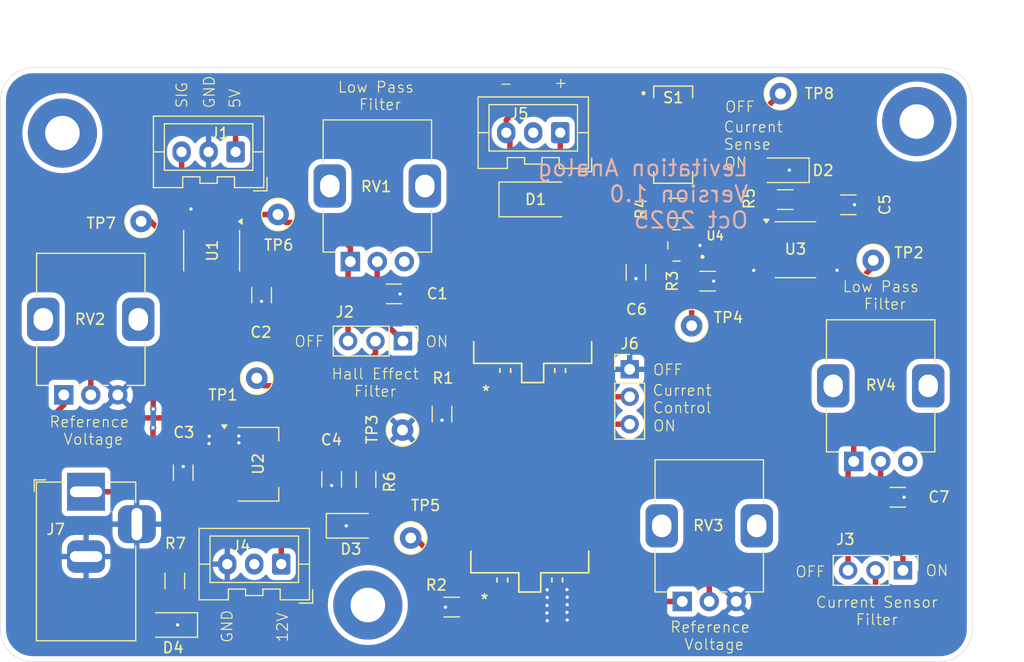
<source format=kicad_pcb>
(kicad_pcb (version 20241229) (generator "pcbnew") (generator_version "9.0")
  (layers (0 "F.Cu" signal) (2 "B.Cu" signal) (13 "F.Paste" user) (15 "B.Paste" user) (5 "F.SilkS" user "F.Silkscreen") (7 "B.SilkS" user "B.Silkscreen") (1 "F.Mask" user) (3 "B.Mask" user) (25 "Edge.Cuts" user))
  (net 0 "")
  (net 1 "GND")
  (net 2 "+12V")
  (net 3 "+5V")
  (net 4 "Net-(D1-A)")
  (net 5 "Net-(D1-K)")
  (net 6 "Net-(J1-Pin_3)")
  (net 7 "Net-(MOSFET1-G)")
  (net 8 "Net-(U3A-+)")
  (net 9 "Net-(U4-VIN+)")
  (net 10 "Net-(U4-VIN-)")
  (net 12 "Net-(U1B--)")
  (net 13 "Net-(U3A--)")
  (net 14 "Net-(U3B--)")
  (net 15 "Net-(D2-A)")
  (net 19 "Net-(J2-Pin_1)")
  (net 20 "Net-(J2-Pin_3)")
  (net 21 "Net-(J2-Pin_2)")
  (net 22 "Net-(J3-Pin_1)")
  (net 23 "Net-(J3-Pin_2)")
  (net 24 "Net-(J3-Pin_3)")
  (net 25 "Net-(S1-Pad1)")
  (net 26 "Net-(J6-Pin_2)")
  (net 27 "Net-(J6-Pin_3)")
  (net 28 "Net-(D3-A)")
  (net 29 "Net-(D4-A)")
  (footprint "TestPoint:TestPoint_Loop_D2.50mm_Drill1.0mm" (layer "F.Cu") (at 114.13 67.56 90)
    (property "Reference" "TP7" (at -0.17 -3.69 180) (layer "F.SilkS"))
    (property "Value" "Sig7")
    (pad "1" thru_hole circle (at 0 0 90) (size 2 2) (drill 1) (layers "*.Cu" "*.Mask") (net 21 "Net-(J2-Pin_2)"))
  )
  (footprint "TestPoint:TestPoint_Loop_D2.50mm_Drill1.0mm" (layer "F.Cu") (at 173.34 55.72 90)
    (property "Reference" "TP8" (at 0 3.61 180) (layer "F.SilkS"))
    (property "Value" "Sig8")
    (pad "1" thru_hole circle (at 0 0 90) (size 2 2) (drill 1) (layers "*.Cu" "*.Mask") (net 25 "Net-(S1-Pad1)"))
  )
  (footprint "Potentiometer_THT:Potentiometer_Alps_RK09K_Single_Vertical" (layer "F.Cu") (at 164.25 102.76 90)
    (property "Reference" "RV3" (at 7.03 2.42 0) (layer "F.SilkS"))
    (property "Value" "10k")
    (pad "1" thru_hole rect (at 0 0 90) (size 1.8 1.8) (drill 1) (layers "*.Cu" "*.Mask") (net 3 "+5V"))
    (pad "2" thru_hole circle (at 0 2.5 90) (size 1.8 1.8) (drill 1) (layers "*.Cu" "*.Mask") (net 13 "Net-(U3A--)"))
    (pad "3" thru_hole circle (at 0 5 90) (size 1.8 1.8) (drill 1) (layers "*.Cu" "*.Mask") (net 1 "GND"))
    (pad "MP" thru_hole roundrect (at 7 -1.9 90) (size 4 3) (drill oval 2.1 1.8) (layers "*.Cu" "*.Mask"))
    (pad "MP" thru_hole roundrect (at 7 6.9 90) (size 4 3) (drill oval 2.1 1.8) (layers "*.Cu" "*.Mask"))
  )
  (footprint "MountingHole:MountingHole_3.2mm_M3_Pad" (layer "F.Cu") (at 135.13 103.09)
    (property "Reference" "H3" (hide yes))
    (property "Value" "MountingHole")
    (pad "1" thru_hole circle (at 0 0) (size 6.4 6.4) (drill 3.2) (layers "*.Cu" "*.Mask"))
  )
  (footprint "LED_SMD:LED_1206_3216Metric" (layer "F.Cu") (at 173.72 62.82 180)
    (property "Reference" "D2" (at -3.57 -0.02 180) (layer "F.SilkS"))
    (property "Value" "LED")
    (pad "1" smd roundrect (at -1.4 0 180) (size 1.25 1.75) (layers "F.Cu" "F.Mask" "F.Paste") (roundrect_rratio 0.2) (net 1 "GND"))
    (pad "2" smd roundrect (at 1.4 0 180) (size 1.25 1.75) (layers "F.Cu" "F.Mask" "F.Paste") (roundrect_rratio 0.2) (net 15 "Net-(D2-A)"))
  )
  (footprint "Potentiometer_THT:Potentiometer_Alps_RK09K_Single_Vertical" (layer "F.Cu") (at 133.51 71.28 90)
    (property "Reference" "RV1" (at 6.95 2.39 0) (layer "F.SilkS"))
    (property "Value" "10k")
    (pad "1" thru_hole rect (at 0 0 90) (size 1.8 1.8) (drill 1) (layers "*.Cu" "*.Mask") (net 20 "Net-(J2-Pin_3)"))
    (pad "2" thru_hole circle (at 0 2.5 90) (size 1.8 1.8) (drill 1) (layers "*.Cu" "*.Mask") (net 19 "Net-(J2-Pin_1)"))
    (pad "3" thru_hole circle (at 0 5 90) (size 1.8 1.8) (drill 1) (layers "*.Cu" "*.Mask"))
    (pad "MP" thru_hole roundrect (at 7 -1.9 90) (size 4 3) (drill oval 2.1 1.8) (layers "*.Cu" "*.Mask"))
    (pad "MP" thru_hole roundrect (at 7 6.9 90) (size 4 3) (drill oval 2.1 1.8) (layers "*.Cu" "*.Mask"))
  )
  (footprint "IRF630:TO-263AB_HIGHVOLTAGE-M" (layer "F.Cu") (at 150.4 75.7541)
    (property "Reference" "MOSFET1" (hide yes))
    (property "Value" "IRF630SPBF")
    (fp_text user "*" (at -4.33 7.5559 0) (layer "F.SilkS"))
    (pad "1" smd rect (at -2.54 8.0518) (size 1.0414 3.81) (layers "F.Cu" "F.Mask" "F.Paste") (net 7 "Net-(MOSFET1-G)"))
    (pad "2" smd rect (at 2.54 8.0518) (size 1.0414 3.81) (layers "F.Cu" "F.Mask" "F.Paste") (net 26 "Net-(J6-Pin_2)"))
    (pad "3" smd rect (at 0 -2.3241) (size 10.7696 9.8806) (layers "F.Cu" "F.Mask" "F.Paste") (net 4 "Net-(D1-A)"))
  )
  (footprint "Diode_SMD:D_MELF" (layer "F.Cu") (at 150.69 65.52)
    (property "Reference" "D1" (at -0.0225 0 0) (layer "F.SilkS"))
    (property "Value" "SM516")
    (pad "1" smd roundrect (at -2.4 0) (size 1.5 2.7) (layers "F.Cu" "F.Mask" "F.Paste") (roundrect_rratio 0.1666666667) (net 5 "Net-(D1-K)"))
    (pad "2" smd roundrect (at 2.4 0) (size 1.5 2.7) (layers "F.Cu" "F.Mask" "F.Paste") (roundrect_rratio 0.1666666667) (net 4 "Net-(D1-A)"))
  )
  (footprint "LED_SMD:LED_1206_3216Metric" (layer "F.Cu") (at 133.57 95.75)
    (property "Reference" "D3" (at -0.01 2.16 0) (layer "F.SilkS"))
    (property "Value" "LED")
    (pad "1" smd roundrect (at -1.4 0) (size 1.25 1.75) (layers "F.Cu" "F.Mask" "F.Paste") (roundrect_rratio 0.2) (net 1 "GND"))
    (pad "2" smd roundrect (at 1.4 0) (size 1.25 1.75) (layers "F.Cu" "F.Mask" "F.Paste") (roundrect_rratio 0.2) (net 28 "Net-(D3-A)"))
  )
  (footprint "TestPoint:TestPoint_Loop_D2.50mm_Drill1.0mm" (layer "F.Cu") (at 124.84 82.08 90)
    (property "Reference" "TP1" (at -1.55 -3.12 180) (layer "F.SilkS"))
    (property "Value" "Sig1")
    (pad "1" thru_hole circle (at 0 0 90) (size 2 2) (drill 1) (layers "*.Cu" "*.Mask") (net 7 "Net-(MOSFET1-G)"))
  )
  (footprint "Capacitor_SMD:C_1206_3216Metric_Pad1.33x1.80mm_HandSolder" (layer "F.Cu") (at 125.29 74.39 -90)
    (property "Reference" "C2" (at 3.43 0.06 180) (layer "F.SilkS"))
    (property "Value" "0.1uF")
    (pad "1" smd roundrect (at -1.5625 0 270) (size 1.325 1.8) (layers "F.Cu" "F.Mask" "F.Paste") (roundrect_rratio 0.188679) (net 2 "+12V"))
    (pad "2" smd roundrect (at 1.5625 0 270) (size 1.325 1.8) (layers "F.Cu" "F.Mask" "F.Paste") (roundrect_rratio 0.188679) (net 1 "GND"))
  )
  (footprint "JS202011SCQN_Button:SW_JS202011SCQN" (layer "F.Cu") (at 163.4125 59.525 -90)
    (property "Reference" "S1" (at -3.43 -0.01 0) (layer "F.SilkS"))
    (property "Value" "JS202011SCQN")
    (pad "1" smd rect (at -2.5 2.75 270) (size 1.2 2.5) (layers "F.Cu" "F.Mask" "F.Paste") (net 25 "Net-(S1-Pad1)"))
    (pad "2" smd rect (at 0 2.75 270) (size 1.2 2.5) (layers "F.Cu" "F.Mask" "F.Paste") (net 5 "Net-(D1-K)"))
    (pad "3" smd rect (at 2.5 2.75 270) (size 1.2 2.5) (layers "F.Cu" "F.Mask" "F.Paste") (net 10 "Net-(U4-VIN-)"))
    (pad "4" smd rect (at -2.5 -2.75 270) (size 1.2 2.5) (layers "F.Cu" "F.Mask" "F.Paste") (net 25 "Net-(S1-Pad1)"))
    (pad "5" smd rect (at 0 -2.75 270) (size 1.2 2.5) (layers "F.Cu" "F.Mask" "F.Paste") (net 2 "+12V"))
    (pad "6" smd rect (at 2.5 -2.75 270) (size 1.2 2.5) (layers "F.Cu" "F.Mask" "F.Paste") (net 9 "Net-(U4-VIN+)"))
  )
  (footprint "Capacitor_SMD:C_1206_3216Metric_Pad1.33x1.80mm_HandSolder" (layer "F.Cu") (at 184.22 93.11)
    (property "Reference" "C7" (at 3.8 -0.03 0) (layer "F.SilkS"))
    (property "Value" "0.1uF")
    (pad "1" smd roundrect (at -1.5625 0) (size 1.325 1.8) (layers "F.Cu" "F.Mask" "F.Paste") (roundrect_rratio 0.188679) (net 22 "Net-(J3-Pin_1)"))
    (pad "2" smd roundrect (at 1.5625 0) (size 1.325 1.8) (layers "F.Cu" "F.Mask" "F.Paste") (roundrect_rratio 0.188679) (net 1 "GND"))
  )
  (footprint "LED_SMD:LED_1206_3216Metric" (layer "F.Cu") (at 117.07 104.94 180)
    (property "Reference" "D4" (at -0.02 -2.1 0) (layer "F.SilkS"))
    (property "Value" "LED")
    (pad "1" smd roundrect (at -1.4 0 180) (size 1.25 1.75) (layers "F.Cu" "F.Mask" "F.Paste") (roundrect_rratio 0.2) (net 1 "GND"))
    (pad "2" smd roundrect (at 1.4 0 180) (size 1.25 1.75) (layers "F.Cu" "F.Mask" "F.Paste") (roundrect_rratio 0.2) (net 29 "Net-(D4-A)"))
  )
  (footprint "Resistor_SMD:R_1206_3216Metric_Pad1.30x1.75mm_HandSolder" (layer "F.Cu") (at 142 85.4 -90)
    (property "Reference" "R1" (at -3.33 -0.09 180) (layer "F.SilkS"))
    (property "Value" "100k")
    (pad "1" smd roundrect (at -1.55 0 270) (size 1.3 1.75) (layers "F.Cu" "F.Mask" "F.Paste") (roundrect_rratio 0.192308) (net 7 "Net-(MOSFET1-G)"))
    (pad "2" smd roundrect (at 1.55 0 270) (size 1.3 1.75) (layers "F.Cu" "F.Mask" "F.Paste") (roundrect_rratio 0.192308) (net 1 "GND"))
  )
  (footprint "Capacitor_SMD:C_1206_3216Metric_Pad1.33x1.80mm_HandSolder" (layer "F.Cu") (at 159.9625 72.285 -90)
    (property "Reference" "C6" (at 3.42 -0.05 180) (layer "F.SilkS"))
    (property "Value" "0.1uF")
    (pad "1" smd roundrect (at -1.5625 0 270) (size 1.325 1.8) (layers "F.Cu" "F.Mask" "F.Paste") (roundrect_rratio 0.188679) (net 3 "+5V"))
    (pad "2" smd roundrect (at 1.5625 0 270) (size 1.325 1.8) (layers "F.Cu" "F.Mask" "F.Paste") (roundrect_rratio 0.188679) (net 1 "GND"))
  )
  (footprint "Capacitor_SMD:C_1206_3216Metric_Pad1.33x1.80mm_HandSolder" (layer "F.Cu") (at 131.78 91.4575 -90)
    (property "Reference" "C4" (at -3.6675 0.02 0) (layer "F.SilkS"))
    (property "Value" "10uF")
    (pad "1" smd roundrect (at -1.5625 0 270) (size 1.325 1.8) (layers "F.Cu" "F.Mask" "F.Paste") (roundrect_rratio 0.188679) (net 3 "+5V"))
    (pad "2" smd roundrect (at 1.5625 0 270) (size 1.325 1.8) (layers "F.Cu" "F.Mask" "F.Paste") (roundrect_rratio 0.188679) (net 1 "GND"))
  )
  (footprint "Resistor_SMD:R_1206_3216Metric_Pad1.30x1.75mm_HandSolder" (layer "F.Cu") (at 166.6025 73.095)
    (property "Reference" "R3" (at -3.28 0 90) (layer "F.SilkS"))
    (property "Value" "10k")
    (pad "1" smd roundrect (at -1.55 0) (size 1.3 1.75) (layers "F.Cu" "F.Mask" "F.Paste") (roundrect_rratio 0.192308) (net 8 "Net-(U3A-+)"))
    (pad "2" smd roundrect (at 1.55 0) (size 1.3 1.75) (layers "F.Cu" "F.Mask" "F.Paste") (roundrect_rratio 0.192308) (net 1 "GND"))
  )
  (footprint "TestPoint:TestPoint_Loop_D2.50mm_Drill1.0mm" (layer "F.Cu") (at 126.81 66.92 90)
    (property "Reference" "TP6" (at -2.83 0.07 180) (layer "F.SilkS"))
    (property "Value" "Sig6")
    (pad "1" thru_hole circle (at 0 0 90) (size 2 2) (drill 1) (layers "*.Cu" "*.Mask") (net 20 "Net-(J2-Pin_3)"))
  )
  (footprint "Connector_PinHeader_2.54mm:PinHeader_1x03_P2.54mm_Vertical" (layer "F.Cu") (at 138.38 78.64 -90)
    (property "Reference" "J2" (at -2.69 5.39 180) (layer "F.SilkS"))
    (property "Value" "HE_FILTER_CONN")
    (pad "1" thru_hole rect (at 0 0 270) (size 1.7 1.7) (drill 1) (layers "*.Cu" "*.Mask") (net 19 "Net-(J2-Pin_1)"))
    (pad "2" thru_hole circle (at 0 2.54 270) (size 1.7 1.7) (drill 1) (layers "*.Cu" "*.Mask") (net 21 "Net-(J2-Pin_2)"))
    (pad "3" thru_hole circle (at 0 5.08 270) (size 1.7 1.7) (drill 1) (layers "*.Cu" "*.Mask") (net 20 "Net-(J2-Pin_3)"))
  )
  (footprint "Resistor_SMD:R_1206_3216Metric_Pad1.30x1.75mm_HandSolder" (layer "F.Cu") (at 134.96 91.47 -90)
    (property "Reference" "R6" (at 0.21 -2.18 270) (layer "F.SilkS"))
    (property "Value" "1k")
    (pad "1" smd roundrect (at -1.55 0 270) (size 1.3 1.75) (layers "F.Cu" "F.Mask" "F.Paste") (roundrect_rratio 0.192308) (net 3 "+5V"))
    (pad "2" smd roundrect (at 1.55 0 270) (size 1.3 1.75) (layers "F.Cu" "F.Mask" "F.Paste") (roundrect_rratio 0.192308) (net 28 "Net-(D3-A)"))
  )
  (footprint "Capacitor_SMD:C_1206_3216Metric_Pad1.33x1.80mm_HandSolder" (layer "F.Cu") (at 179.64 66.02)
    (property "Reference" "C5" (at 3.3775 -0.01 90) (layer "F.SilkS"))
    (property "Value" "0.1uF")
    (pad "1" smd roundrect (at -1.5625 0) (size 1.325 1.8) (layers "F.Cu" "F.Mask" "F.Paste") (roundrect_rratio 0.188679) (net 2 "+12V"))
    (pad "2" smd roundrect (at 1.5625 0) (size 1.325 1.8) (layers "F.Cu" "F.Mask" "F.Paste") (roundrect_rratio 0.188679) (net 1 "GND"))
  )
  (footprint "IRF630:TO-263AB_HIGHVOLTAGE-M" (layer "F.Cu") (at 150.13 95.1541)
    (property "Reference" "MOSFET2" (hide yes))
    (property "Value" "IRF630SPBF")
    (fp_text user "*" (at -4.2 7.4459 0) (layer "F.SilkS"))
    (pad "1" smd rect (at -2.54 8.0518) (size 1.0414 3.81) (layers "F.Cu" "F.Mask" "F.Paste") (net 23 "Net-(J3-Pin_2)"))
    (pad "2" smd rect (at 2.54 8.0518) (size 1.0414 3.81) (layers "F.Cu" "F.Mask" "F.Paste") (net 1 "GND"))
    (pad "3" smd rect (at 0 -2.3241) (size 10.7696 9.8806) (layers "F.Cu" "F.Mask" "F.Paste") (net 27 "Net-(J6-Pin_3)"))
  )
  (footprint "Connector_PinHeader_2.54mm:PinHeader_1x03_P2.54mm_Vertical" (layer "F.Cu") (at 184.69 99.88 -90)
    (property "Reference" "J3" (at -2.87 5.33 180) (layer "F.SilkS"))
    (property "Value" "CS_FILTER_CONN")
    (pad "1" thru_hole rect (at 0 0 270) (size 1.7 1.7) (drill 1) (layers "*.Cu" "*.Mask") (net 22 "Net-(J3-Pin_1)"))
    (pad "2" thru_hole circle (at 0 2.54 270) (size 1.7 1.7) (drill 1) (layers "*.Cu" "*.Mask") (net 23 "Net-(J3-Pin_2)"))
    (pad "3" thru_hole circle (at 0 5.08 270) (size 1.7 1.7) (drill 1) (layers "*.Cu" "*.Mask") (net 24 "Net-(J3-Pin_3)"))
  )
  (footprint "Connector_JST:JST_XA_B03B-XASK-1_1x03_P2.50mm_Vertical" (layer "F.Cu") (at 122.88 61.12 180)
    (property "Reference" "J1" (at 1.47 1.73 0) (layer "F.SilkS"))
    (property "Value" "HALL_SENSOR_CONN")
    (pad "1" thru_hole roundrect (at 0 0 180) (size 1.7 1.95) (drill 0.95) (layers "*.Cu" "*.Mask") (roundrect_rratio 0.147059) (net 3 "+5V"))
    (pad "2" thru_hole oval (at 2.5 0 180) (size 1.7 1.95) (drill 0.95) (layers "*.Cu" "*.Mask") (net 1 "GND"))
    (pad "3" thru_hole oval (at 5 0 180) (size 1.7 1.95) (drill 0.95) (layers "*.Cu" "*.Mask") (net 6 "Net-(J1-Pin_3)"))
  )
  (footprint "Potentiometer_THT:Potentiometer_Alps_RK09K_Single_Vertical" (layer "F.Cu") (at 180.13 89.79 90)
    (property "Reference" "RV4" (at 7.07 2.52 0) (layer "F.SilkS"))
    (property "Value" "1k")
    (pad "1" thru_hole rect (at 0 0 90) (size 1.8 1.8) (drill 1) (layers "*.Cu" "*.Mask") (net 24 "Net-(J3-Pin_3)"))
    (pad "2" thru_hole circle (at 0 2.5 90) (size 1.8 1.8) (drill 1) (layers "*.Cu" "*.Mask") (net 22 "Net-(J3-Pin_1)"))
    (pad "3" thru_hole circle (at 0 5 90) (size 1.8 1.8) (drill 1) (layers "*.Cu" "*.Mask"))
    (pad "MP" thru_hole roundrect (at 7 -1.9 90) (size 4 3) (drill oval 2.1 1.8) (layers "*.Cu" "*.Mask"))
    (pad "MP" thru_hole roundrect (at 7 6.9 90) (size 4 3) (drill oval 2.1 1.8) (layers "*.Cu" "*.Mask"))
  )
  (footprint "INA169NA_250:SOT95P280X145-5N" (layer "F.Cu") (at 163.715 69.785 180)
    (property "Reference" "U4" (at -3.5775 0.89 180) (layer "F.SilkS") (effects (font (size 0.8 0.8))))
    (property "Value" "INA169NA_250")
    (pad "1" smd roundrect (at -1.255 -0.95 180) (size 1.21 0.59) (layers "F.Cu" "F.Mask" "F.Paste") (net 8 "Net-(U3A-+)"))
    (pad "2" smd roundrect (at -1.255 0 180) (size 1.21 0.59) (layers "F.Cu" "F.Mask" "F.Paste") (net 1 "GND"))
    (pad "3" smd roundrect (at -1.255 0.95 180) (size 1.21 0.59) (layers "F.Cu" "F.Mask" "F.Paste") (net 9 "Net-(U4-VIN+)"))
    (pad "4" smd roundrect (at 1.255 0.95 180) (size 1.21 0.59) (layers "F.Cu" "F.Mask" "F.Paste") (net 10 "Net-(U4-VIN-)"))
    (pad "5" smd roundrect (at 1.255 -0.95 180) (size 1.21 0.59) (layers "F.Cu" "F.Mask" "F.Paste") (net 3 "+5V"))
  )
  (footprint "Package_SO:SOP-8_3.76x4.96mm_P1.27mm" (layer "F.Cu") (at 174.74 70.18)
    (property "Reference" "U3" (at 0 -0.0625 0) (layer "F.SilkS"))
    (property "Value" "LM358")
    (pad "1" smd roundrect (at -2.5375 -1.905) (size 1.975 0.65) (layers "F.Cu" "F.Mask" "F.Paste") (net 24 "Net-(J3-Pin_3)"))
    (pad "2" smd roundrect (at -2.5375 -0.635) (size 1.975 0.65) (layers "F.Cu" "F.Mask" "F.Paste") (net 13 "Net-(U3A--)"))
    (pad "3" smd roundrect (at -2.5375 0.635) (size 1.975 0.65) (layers "F.Cu" "F.Mask" "F.Paste") (net 8 "Net-(U3A-+)"))
    (pad "4" smd roundrect (at -2.5375 1.905) (size 1.975 0.65) (layers "F.Cu" "F.Mask" "F.Paste") (net 1 "GND"))
    (pad "5" smd roundrect (at 2.5375 1.905) (size 1.975 0.65) (layers "F.Cu" "F.Mask" "F.Paste") (net 1 "GND"))
    (pad "6" smd roundrect (at 2.5375 0.635) (size 1.975 0.65) (layers "F.Cu" "F.Mask" "F.Paste") (net 14 "Net-(U3B--)"))
    (pad "7" smd roundrect (at 2.5375 -0.635) (size 1.975 0.65) (layers "F.Cu" "F.Mask" "F.Paste") (net 14 "Net-(U3B--)"))
    (pad "8" smd roundrect (at 2.5375 -1.905) (size 1.975 0.65) (layers "F.Cu" "F.Mask" "F.Paste") (net 2 "+12V"))
  )
  (footprint "Resistor_SMD:R_1206_3216Metric_Pad1.30x1.75mm_HandSolder" (layer "F.Cu") (at 142.9 103.28 180)
    (property "Reference" "R2" (at 1.43 2.04 180) (layer "F.SilkS"))
    (property "Value" "100k")
    (pad "1" smd roundrect (at -1.55 0 180) (size 1.3 1.75) (layers "F.Cu" "F.Mask" "F.Paste") (roundrect_rratio 0.192308) (net 23 "Net-(J3-Pin_2)"))
    (pad "2" smd roundrect (at 1.55 0 180) (size 1.3 1.75) (layers "F.Cu" "F.Mask" "F.Paste") (roundrect_rratio 0.192308) (net 1 "GND"))
  )
  (footprint "Resistor_SMD:R_1206_3216Metric_Pad1.30x1.75mm_HandSolder" (layer "F.Cu") (at 173.78 65.54 180)
    (property "Reference" "R5" (at 3.34 0.09 90) (layer "F.SilkS"))
    (property "Value" "1k")
    (pad "1" smd roundrect (at -1.55 0 180) (size 1.3 1.75) (layers "F.Cu" "F.Mask" "F.Paste") (roundrect_rratio 0.192308) (net 24 "Net-(J3-Pin_3)"))
    (pad "2" smd roundrect (at 1.55 0 180) (size 1.3 1.75) (layers "F.Cu" "F.Mask" "F.Paste") (roundrect_rratio 0.192308) (net 15 "Net-(D2-A)"))
  )
  (footprint "Potentiometer_THT:Potentiometer_Alps_RK09K_Single_Vertical" (layer "F.Cu") (at 106.97 83.63 90)
    (property "Reference" "RV2" (at 7.01 2.43 0) (layer "F.SilkS"))
    (property "Value" "10k")
    (pad "1" thru_hole rect (at 0 0 90) (size 1.8 1.8) (drill 1) (layers "*.Cu" "*.Mask") (net 3 "+5V"))
    (pad "2" thru_hole circle (at 0 2.5 90) (size 1.8 1.8) (drill 1) (layers "*.Cu" "*.Mask") (net 12 "Net-(U1B--)"))
    (pad "3" thru_hole circle (at 0 5 90) (size 1.8 1.8) (drill 1) (layers "*.Cu" "*.Mask") (net 1 "GND"))
    (pad "MP" thru_hole roundrect (at 7 -1.9 90) (size 4 3) (drill oval 2.1 1.8) (layers "*.Cu" "*.Mask"))
    (pad "MP" thru_hole roundrect (at 7 6.9 90) (size 4 3) (drill oval 2.1 1.8) (layers "*.Cu" "*.Mask"))
  )
  (footprint "TestPoint:TestPoint_Loop_D2.50mm_Drill1.0mm" (layer "F.Cu") (at 139.1 96.88 90)
    (property "Reference" "TP5" (at 3.01 1.38 180) (layer "F.SilkS"))
    (property "Value" "Sig5")
    (pad "1" thru_hole circle (at 0 0 90) (size 2 2) (drill 1) (layers "*.Cu" "*.Mask") (net 23 "Net-(J3-Pin_2)"))
  )
  (footprint "TestPoint:TestPoint_Loop_D2.50mm_Drill1.0mm" (layer "F.Cu") (at 138.34 86.88 90)
    (property "Reference" "TP3" (at 0.07 -2.83 270) (layer "F.SilkS"))
    (property "Value" "Sig_GND")
    (pad "1" thru_hole circle (at 0 0 90) (size 2 2) (drill 1) (layers "*.Cu" "*.Mask") (net 1 "GND"))
  )
  (footprint "TestPoint:TestPoint_Loop_D2.50mm_Drill1.0mm" (layer "F.Cu") (at 181.94 71.17 90)
    (property "Reference" "TP2" (at 0.7 3.31 180) (layer "F.SilkS"))
    (property "Value" "Sig2")
    (pad "1" thru_hole circle (at 0 0 90) (size 2 2) (drill 1) (layers "*.Cu" "*.Mask") (net 24 "Net-(J3-Pin_3)"))
  )
  (footprint "Connector_BarrelJack:BarrelJack_Horizontal" (layer "F.Cu") (at 109.0325 92.6 90)
    (property "Reference" "J7" (at -3.48 -2.81 0) (layer "F.SilkS"))
    (property "Value" "PWR_CONN")
    (pad "1" thru_hole rect (at 0 0 90) (size 3.5 3.5) (drill oval 1 3) (layers "*.Cu" "*.Mask") (net 2 "+12V"))
    (pad "2" thru_hole roundrect (at -6 0 90) (size 3 3.5) (drill oval 1 3) (layers "*.Cu" "*.Mask") (net 1 "GND"))
    (pad "3" thru_hole roundrect (at -3 4.7 90) (size 3.5 3.5) (drill oval 3 1) (layers "*.Cu" "*.Mask") (net 1 "GND"))
  )
  (footprint "MountingHole:MountingHole_3.2mm_M3_Pad" (layer "F.Cu") (at 185.97 58.31)
    (property "Reference" "H2" (hide yes))
    (property "Value" "MountingHole")
    (pad "1" thru_hole circle (at 0 0) (size 6.4 6.4) (drill 3.2) (layers "*.Cu" "*.Mask"))
  )
  (footprint "Capacitor_SMD:C_1206_3216Metric_Pad1.33x1.80mm_HandSolder" (layer "F.Cu") (at 137.55 74.27)
    (property "Reference" "C1" (at 4.01 -0.02 0) (layer "F.SilkS"))
    (property "Value" "200nF")
    (pad "1" smd roundrect (at -1.5625 0) (size 1.325 1.8) (layers "F.Cu" "F.Mask" "F.Paste") (roundrect_rratio 0.188679) (net 19 "Net-(J2-Pin_1)"))
    (pad "2" smd roundrect (at 1.5625 0) (size 1.325 1.8) (layers "F.Cu" "F.Mask" "F.Paste") (roundrect_rratio 0.188679) (net 1 "GND"))
  )
  (footprint "MountingHole:MountingHole_3.2mm_M3_Pad" (layer "F.Cu") (at 106.84 59.38)
    (property "Reference" "H1" (hide yes))
    (property "Value" "MountingHole")
    (pad "1" thru_hole circle (at 0 0) (size 6.4 6.4) (drill 3.2) (layers "*.Cu" "*.Mask"))
  )
  (footprint "Package_SO:SOP-8_3.76x4.96mm_P1.27mm" (layer "F.Cu") (at 120.66 70.27 -90)
    (property "Reference" "U1" (at 0 -0.0625 90) (layer "F.SilkS"))
    (property "Value" "LM358")
    (pad "1" smd roundrect (at -2.5375 -1.905 270) (size 1.975 0.65) (layers "F.Cu" "F.Mask" "F.Paste") (net 20 "Net-(J2-Pin_3)"))
    (pad "2" smd roundrect (at -2.5375 -0.635 270) (size 1.975 0.65) (layers "F.Cu" "F.Mask" "F.Paste") (net 20 "Net-(J2-Pin_3)"))
    (pad "3" smd roundrect (at -2.5375 0.635 270) (size 1.975 0.65) (layers "F.Cu" "F.Mask" "F.Paste") (net 6 "Net-(J1-Pin_3)"))
    (pad "4" smd roundrect (at -2.5375 1.905 270) (size 1.975 0.65) (layers "F.Cu" "F.Mask" "F.Paste") (net 1 "GND"))
    (pad "5" smd roundrect (at 2.5375 1.905 270) (size 1.975 0.65) (layers "F.Cu" "F.Mask" "F.Paste") (net 21 "Net-(J2-Pin_2)"))
    (pad "6" smd roundrect (at 2.5375 0.635 270) (size 1.975 0.65) (layers "F.Cu" "F.Mask" "F.Paste") (net 12 "Net-(U1B--)"))
    (pad "7" smd roundrect (at 2.5375 -0.635 270) (size 1.975 0.65) (layers "F.Cu" "F.Mask" "F.Paste") (net 7 "Net-(MOSFET1-G)"))
    (pad "8" smd roundrect (at 2.5375 -1.905 270) (size 1.975 0.65) (layers "F.Cu" "F.Mask" "F.Paste") (net 2 "+12V"))
  )
  (footprint "Connector_JST:JST_XA_B03B-XASK-1_1x03_P2.50mm_Vertical" (layer "F.Cu") (at 127.11 99.3 180)
    (property "Reference" "J4" (at 3.71 1.66 0) (layer "F.SilkS"))
    (property "Value" "PWR_CONN")
    (pad "1" thru_hole roundrect (at 0 0 180) (size 1.7 1.95) (drill 0.95) (layers "*.Cu" "*.Mask") (roundrect_rratio 0.147059) (net 2 "+12V"))
    (pad "2" thru_hole oval (at 2.5 0 180) (size 1.7 1.95) (drill 0.95) (layers "*.Cu" "*.Mask"))
    (pad "3" thru_hole oval (at 5 0 180) (size 1.7 1.95) (drill 0.95) (layers "*.Cu" "*.Mask") (net 1 "GND"))
  )
  (footprint "Resistor_SMD:R_1206_3216Metric_Pad1.30x1.75mm_HandSolder" (layer "F.Cu") (at 163.7125 66.335)
    (property "Reference" "R4" (at -3.27 0.05 90) (layer "F.SilkS"))
    (property "Value" "0.1")
    (pad "1" smd roundrect (at -1.55 0) (size 1.3 1.75) (layers "F.Cu" "F.Mask" "F.Paste") (roundrect_rratio 0.192308) (net 10 "Net-(U4-VIN-)"))
    (pad "2" smd roundrect (at 1.55 0) (size 1.3 1.75) (layers "F.Cu" "F.Mask" "F.Paste") (roundrect_rratio 0.192308) (net 9 "Net-(U4-VIN+)"))
  )
  (footprint "Capacitor_SMD:C_1206_3216Metric_Pad1.33x1.80mm_HandSolder" (layer "F.Cu") (at 118.03 90.83 90)
    (property "Reference" "C3" (at 3.73 0.06 0) (layer "F.SilkS"))
    (property "Value" "10uF")
    (pad "1" smd roundrect (at -1.5625 0 90) (size 1.325 1.8) (layers "F.Cu" "F.Mask" "F.Paste") (roundrect_rratio 0.188679) (net 2 "+12V"))
    (pad "2" smd roundrect (at 1.5625 0 90) (size 1.325 1.8) (layers "F.Cu" "F.Mask" "F.Paste") (roundrect_rratio 0.188679) (net 1 "GND"))
  )
  (footprint "Package_TO_SOT_SMD:SOT-223-3_TabPin2" (layer "F.Cu") (at 124.97 90.05)
    (property "Reference" "U2" (at 0 -0.0375 90) (layer "F.SilkS"))
    (property "Value" "LM1117MP-5.0")
    (pad "1" smd roundrect (at -3.15 -2.3) (size 2 1.5) (layers "F.Cu" "F.Mask" "F.Paste") (net 1 "GND"))
    (pad "2" smd roundrect (at -3.15 0) (size 2 1.5) (layers "F.Cu" "F.Mask" "F.Paste") (net 3 "+5V"))
    (pad "2" smd roundrect (at 3.15 0) (size 2 3.8) (layers "F.Cu" "F.Mask" "F.Paste") (net 3 "+5V"))
    (pad "3" smd roundrect (at -3.15 2.3) (size 2 1.5) (layers "F.Cu" "F.Mask" "F.Paste") (net 2 "+12V"))
  )
  (footprint "Resistor_SMD:R_1206_3216Metric_Pad1.30x1.75mm_HandSolder" (layer "F.Cu") (at 117.25 100.85 -90)
    (property "Reference" "R7" (at -3.47 -0.06 180) (layer "F.SilkS"))
    (property "Value" "1k")
    (pad "1" smd roundrect (at -1.55 0 270) (size 1.3 1.75) (layers "F.Cu" "F.Mask" "F.Paste") (roundrect_rratio 0.192308) (net 2 "+12V"))
    (pad "2" smd roundrect (at 1.55 0 270) (size 1.3 1.75) (layers "F.Cu" "F.Mask" "F.Paste") (roundrect_rratio 0.192308) (net 29 "Net-(D4-A)"))
  )
  (footprint "Connector_PinHeader_2.54mm:PinHeader_1x03_P2.54mm_Vertical" (layer "F.Cu") (at 159.38 81.26)
    (property "Reference" "J6" (at 0 -2.38 0) (layer "F.SilkS"))
    (property "Value" "CS_SW_CONN")
    (pad "1" thru_hole rect (at 0 0) (size 1.7 1.7) (drill 1) (layers "*.Cu" "*.Mask") (net 1 "GND"))
    (pad "2" thru_hole circle (at 0 2.54) (size 1.7 1.7) (drill 1) (layers "*.Cu" "*.Mask") (net 26 "Net-(J6-Pin_2)"))
    (pad "3" thru_hole circle (at 0 5.08) (size 1.7 1.7) (drill 1) (layers "*.Cu" "*.Mask") (net 27 "Net-(J6-Pin_3)"))
  )
  (footprint "TestPoint:TestPoint_Loop_D2.50mm_Drill1.0mm" (layer "F.Cu") (at 165.12 77.22 90)
    (property "Reference" "TP4" (at 0.75 3.41 180) (layer "F.SilkS"))
    (property "Value" "Sig4")
    (pad "1" thru_hole circle (at 0 0 90) (size 2 2) (drill 1) (layers "*.Cu" "*.Mask") (net 8 "Net-(U3A-+)"))
  )
  (footprint "Connector_JST:JST_XA_B03B-XASK-1_1x03_P2.50mm_Vertical" (layer "F.Cu") (at 152.95 59.34 180)
    (property "Reference" "J5" (at 3.8 1.76 0) (layer "F.SilkS"))
    (property "Value" "COIL_CONN")
    (pad "1" thru_hole roundrect (at 0 0 180) (size 1.7 1.95) (drill 0.95) (layers "*.Cu" "*.Mask") (roundrect_rratio 0.147059) (net 4 "Net-(D1-A)"))
    (pad "2" thru_hole oval (at 2.5 0 180) (size 1.7 1.95) (drill 0.95) (layers "*.Cu" "*.Mask"))
    (pad "3" thru_hole oval (at 5 0 180) (size 1.7 1.95) (drill 0.95) (layers "*.Cu" "*.Mask") (net 5 "Net-(D1-K)"))
  )
  (gr_rect (start 151.34 101.13) (end 154.13 105.22) (stroke (width 0.15)) (fill yes) (layer "F.Cu") (net 1))
  (gr_arc (start 101.11 56.33) (mid 101.98868 54.20868) (end 104.11 53.33) (stroke (width 0.05)) (layer "Edge.Cuts"))
  (gr_arc (start 191.11 105.33) (mid 190.23132 107.45132) (end 188.11 108.33) (stroke (width 0.05)) (layer "Edge.Cuts"))
  (gr_arc (start 104.11 108.33) (mid 101.98868 107.45132) (end 101.11 105.33) (stroke (width 0.05)) (layer "Edge.Cuts"))
  (gr_line (start 104.11 53.33) (end 188.11 53.33) (stroke (width 0.05)) (layer "Edge.Cuts"))
  (gr_line (start 191.11 56.33) (end 191.11 105.33) (stroke (width 0.05)) (layer "Edge.Cuts"))
  (gr_line (start 101.11 105.33) (end 101.11 56.33) (stroke (width 0.05)) (layer "Edge.Cuts"))
  (gr_line (start 188.11 108.33) (end 104.11 108.33) (stroke (width 0.05)) (layer "Edge.Cuts"))
  (gr_arc (start 188.11 53.33) (mid 190.23132 54.20868) (end 191.11 56.33) (stroke (width 0.05)) (layer "Edge.Cuts"))
  (gr_text "5V\n" (at 123.4 57.14 90) (layer "F.SilkS") (effects (font (size 1 1) (thickness 0.1)) (justify left bottom)))
  (gr_text "Hall Effect\nFilter\n" (at 135.81 83.88 0) (layer "F.SilkS") (effects (font (size 1 1) (thickness 0.1)) (justify bottom)))
  (gr_text "Reference \nVoltage" (at 109.71 88.32 0) (layer "F.SilkS") (effects (font (size 1 1) (thickness 0.1)) (justify bottom)))
  (gr_text "GND" (at 122.68 106.65 90) (layer "F.SilkS") (effects (font (size 1 1) (thickness 0.1)) (justify left bottom)))
  (gr_text "Low Pass \nFilter" (at 183.02 75.8 0) (layer "F.SilkS") (effects (font (size 1 1) (thickness 0.1)) (justify bottom)))
  (gr_text "ON\n" (at 161.49 87.08 0) (layer "F.SilkS") (effects (font (size 1 1) (thickness 0.1)) (justify left bottom)))
  (gr_text "ON\n" (at 168.1 62.72 0) (layer "F.SilkS") (effects (font (size 1 1) (thickness 0.1)) (justify left bottom)))
  (gr_text "OFF" (at 161.47 81.89 0) (layer "F.SilkS") (effects (font (size 1 1) (thickness 0.1)) (justify left bottom)))
  (gr_text "OFF" (at 128.27 79.26 0) (layer "F.SilkS") (effects (font (size 1 1) (thickness 0.1)) (justify left bottom)))
  (gr_text "Current Sensor\nFilter\n" (at 182.27 105.03 0) (layer "F.SilkS") (effects (font (size 1 1) (thickness 0.1)) (justify bottom)))
  (gr_text "Current \nSense" (at 168.02 61 0) (layer "F.SilkS") (effects (font (size 1 1) (thickness 0.1)) (justify left bottom)))
  (gr_text "+" (at 153.51 55.46 90) (layer "F.SilkS") (effects (font (size 1 1) (thickness 0.1)) (justify left bottom)))
  (gr_text "Low Pass \nFilter" (at 136.26 57.32 0) (layer "F.SilkS") (effects (font (size 1 1) (thickness 0.1)) (justify bottom)))
  (gr_text "OFF" (at 168.15 57.54 0) (layer "F.SilkS") (effects (font (size 1 1) (thickness 0.1)) (justify left bottom)))
  (gr_text "OFF" (at 174.67 100.6 0) (layer "F.SilkS") (effects (font (size 1 1) (thickness 0.1)) (justify left bottom)))
  (gr_text "Current\nControl" (at 164.24 85.4 0) (layer "F.SilkS") (effects (font (size 1 1) (thickness 0.1)) (justify bottom)))
  (gr_text "GND" (at 121.03 57.16 90) (layer "F.SilkS") (effects (font (size 1 1) (thickness 0.1)) (justify left bottom)))
  (gr_text "Reference \nVoltage" (at 167.21 107.33 0) (layer "F.SilkS") (effects (font (size 1 1) (thickness 0.1)) (justify bottom)))
  (gr_text "ON\n" (at 186.73 100.49 0) (layer "F.SilkS") (effects (font (size 1 1) (thickness 0.1)) (justify left bottom)))
  (gr_text "12V\n" (at 127.81 106.6 90) (layer "F.SilkS") (effects (font (size 1 1) (thickness 0.1)) (justify left bottom)))
  (gr_text "SIG" (at 118.48 57.13 90) (layer "F.SilkS") (effects (font (size 1 1) (thickness 0.1)) (justify left bottom)))
  (gr_text "-\n" (at 148.6 54.34 180) (layer "F.SilkS") (effects (font (size 1 1) (thickness 0.1)) (justify left bottom)))
  (gr_text "ON\n" (at 140.41 79.28 0) (layer "F.SilkS") (effects (font (size 1 1) (thickness 0.1)) (justify left bottom)))
  (gr_text "Levitation Analog\nVersion 1.0\nOct 2025" (at 170.48 68.32 0) (layer "B.SilkS") (effects (font (size 1.5 1.5) (thickness 0.2) (bold yes)) (justify left bottom mirror)))
  (segment (start 118.03 89.2675) (end 118.03 90.26) (width 0.508) (layer "F.Cu") (net 1))
  (segment (start 165.895 69.785) (end 165.9 69.78) (width 0.508) (layer "F.Cu") (net 1))
  (segment (start 184.8 93.1) (end 185.7725 93.1) (width 0.508) (layer "F.Cu") (net 1))
  (segment (start 118.755 66.415) (end 118.755 67.7325) (width 0.508) (layer "F.Cu") (net 1))
  (segment (start 118.75 66.41) (end 118.755 66.415) (width 0.508) (layer "F.Cu") (net 1))
  (segment (start 120.42 88.14) (end 121.43 88.14) (width 0.508) (layer "F.Cu") (net 1))
  (segment (start 133.13 95.75) (end 132.17 95.75) (width 0.508) (layer "F.Cu") (net 1))
  (segment (start 125.28 74.96) (end 125.28 75.9425) (width 0.508) (layer "F.Cu") (net 1))
  (segment (start 172.2025 72.085) (end 170.875 72.085) (width 0.508) (layer "F.Cu") (net 1))
  (segment (start 125.28 75.9425) (end 125.29 75.9525) (width 0.508) (layer "F.Cu") (net 1))
  (segment (start 159.9625 73.8475) (end 159.9625 72.8625) (width 0.508) (layer "F.Cu") (net 1))
  (segment (start 168.1475 73.09) (end 168.1525 73.095) (width 0.508) (layer "F.Cu") (net 1))
  (segment (start 121.53 87.46) (end 121.82 87.75) (width 0.508) (layer "F.Cu") (net 1))
  (segment (start 174.17 62.81) (end 175.11 62.81) (width 0.508) (layer "F.Cu") (net 1))
  (segment (start 142 86.95) (end 142 85.97) (width 0.508) (layer "F.Cu") (net 1))
  (segment (start 159.9625 72.8625) (end 159.96 72.86) (width 0.508) (layer "F.Cu") (net 1))
  (segment (start 164.97 69.785) (end 165.895 69.785) (width 0.508) (layer "F.Cu") (net 1))
  (segment (start 131.78 92.02) (end 131.78 93.02) (width 0.508) (layer "F.Cu") (net 1))
  (segment (start 177.2825 72.08) (end 177.2775 72.085) (width 0.508) (layer "F.Cu") (net 1))
  (segment (start 167.16 73.09) (end 168.1475 73.09) (width 0.508) (layer "F.Cu") (net 1))
  (segment (start 185.7725 93.1) (end 185.7825 93.11) (width 0.508) (layer "F.Cu") (net 1))
  (segment (start 175.11 62.81) (end 175.12 62.82) (width 0.508) (layer "F.Cu") (net 1))
  (segment (start 170.875 72.085) (end 170.87 72.09) (width 0.508) (layer "F.Cu") (net 1))
  (segment (start 118.46 104.93) (end 117.51 104.93) (width 0.508) (layer "F.Cu") (net 1))
  (segment (start 181.2025 66.02) (end 180.22 66.02) (width 0.508) (layer "F.Cu") (net 1))
  (segment (start 122.14 87.43) (end 121.82 87.75) (width 0.508) (layer "F.Cu") (net 1))
  (segment (start 139.1125 74.27) (end 138.12 74.27) (width 0.508) (layer "F.Cu") (net 1))
  (segment (start 142.31 103.28) (end 142.32 103.29) (width 0.508) (layer "F.Cu") (net 1))
  (segment (start 180.22 66.02) (end 180.21 66.01) (width 0.508) (layer "F.Cu") (net 1))
  (segment (start 123.18 87.43) (end 122.14 87.43) (width 0.508) (layer "F.Cu") (net 1))
  (segment (start 138.12 74.27) (end 138.11 74.28) (width 0.508) (layer "F.Cu") (net 1))
  (segment (start 153.59 102.36) (end 153.5159 102.36) (width 0.508) (layer "F.Cu") (net 1))
  (segment (start 118.47 104.94) (end 118.46 104.93) (width 0.508) (layer "F.Cu") (net 1))
  (segment (start 178.59 72.08) (end 177.2825 72.08) (width 0.508) (layer "F.Cu") (net 1))
  (segment (start 123.18 88.07) (end 122.14 88.07) (width 0.508) (layer "F.Cu") (net 1))
  (segment (start 122.14 88.07) (end 121.82 87.75) (width 0.508) (layer "F.Cu") (net 1))
  (segment (start 121.43 88.14) (end 121.82 87.75) (width 0.508) (layer "F.Cu") (net 1))
  (segment (start 120.44 87.46) (end 121.53 87.46) (width 0.508) (layer "F.Cu") (net 1))
  (segment (start 141.35 103.28) (end 142.31 103.28) (width 0.508) (layer "F.Cu") (net 1))
  (via (at 120.42 88.14) (size 0.6) (drill 0.3) (layers "F.Cu" "B.Cu") (net 1))
  (via (at 131.78 92.02) (size 0.6) (drill 0.3) (layers "F.Cu" "B.Cu") (net 1))
  (via (at 151.73 103.13) (size 0.6) (drill 0.3) (layers "F.Cu" "B.Cu") (net 1))
  (via (at 142.32 103.29) (size 0.6) (drill 0.3) (layers "F.Cu" "B.Cu") (net 1))
  (via (at 151.72 103.83) (size 0.6) (drill 0.3) (layers "F.Cu" "B.Cu") (net 1))
  (via (at 138.11 74.28) (size 0.6) (drill 0.3) (layers "F.Cu" "B.Cu") (net 1))
  (via (at 123.18 88.07) (size 0.6) (drill 0.3) (layers "F.Cu" "B.Cu") (net 1))
  (via (at 123.18 87.43) (size 0.6) (drill 0.3) (layers "F.Cu" "B.Cu") (net 1))
  (via (at 117.51 104.93) (size 0.6) (drill 0.3) (layers "F.Cu" "B.Cu") (net 1))
  (via (at 142 85.97) (size 0.6) (drill 0.3) (layers "F.Cu" "B.Cu") (net 1))
  (via (at 184.8 93.1) (size 0.6) (drill 0.3) (layers "F.Cu" "B.Cu") (net 1))
  (via (at 180.21 66.01) (size 0.6) (drill 0.3) (layers "F.Cu" "B.Cu") (net 1))
  (via (at 159.96 72.86) (size 0.6) (drill 0.3) (layers "F.Cu" "B.Cu") (net 1))
  (via (at 118.03 90.26) (size 0.6) (drill 0.3) (layers "F.Cu" "B.Cu") (net 1))
  (via (at 120.44 87.46) (size 0.6) (drill 0.3) (layers "F.Cu" "B.Cu") (net 1))
  (via (at 153.59 104.47) (size 0.6) (drill 0.3) (layers "F.Cu" "B.Cu") (net 1))
  (via (at 151.74 101.68) (size 0.6) (drill 0.3) (layers "F.Cu" "B.Cu") (net 1))
  (via (at 165.9 69.78) (size 0.6) (drill 0.3) (layers "F.Cu" "B.Cu") (net 1))
  (via (at 178.59 72.08) (size 0.6) (drill 0.3) (layers "F.Cu" "B.Cu") (net 1))
  (via (at 153.59 103.06) (size 0.6) (drill 0.3) (layers "F.Cu" "B.Cu") (net 1))
  (via (at 167.16 73.09) (size 0.6) (drill 0.3) (layers "F.Cu" "B.Cu") (net 1))
  (via (at 118.75 66.41) (size 0.6) (drill 0.3) (layers "F.Cu" "B.Cu") (net 1))
  (via (at 153.57 101.66) (size 0.6) (drill 0.3) (layers "F.Cu" "B.Cu") (net 1))
  (via (at 153.59 102.36) (size 0.6) (drill 0.3) (layers "F.Cu" "B.Cu") (net 1))
  (via (at 125.28 74.96) (size 0.6) (drill 0.3) (layers "F.Cu" "B.Cu") (net 1))
  (via (at 153.58 103.77) (size 0.6) (drill 0.3) (layers "F.Cu" "B.Cu") (net 1))
  (via (at 151.75 104.54) (size 0.6) (drill 0.3) (layers "F.Cu" "B.Cu") (net 1))
  (via (at 151.74 102.39) (size 0.6) (drill 0.3) (layers "F.Cu" "B.Cu") (net 1))
  (via (at 133.13 95.75) (size 0.6) (drill 0.3) (layers "F.Cu" "B.Cu") (net 1))
  (via (at 170.87 72.09) (size 0.6) (drill 0.3) (layers "F.Cu" "B.Cu") (net 1))
  (via (at 174.17 62.81) (size 0.6) (drill 0.3) (layers "F.Cu" "B.Cu") (net 1))
  (segment (start 177.2775 66.82) (end 178.0775 66.02) (width 0.508) (layer "F.Cu") (net 2))
  (segment (start 189.76 105.06) (end 187.38 107.44) (width 0.508) (layer "F.Cu") (net 2))
  (segment (start 177.2775 68.275) (end 183.865 68.275) (width 0.508) (layer "F.Cu") (net 2))
  (segment (start 116.07 92.6) (end 117.8225 92.6) (width 0.508) (layer "F.Cu") (net 2))
  (segment (start 109.0325 92.6) (end 116.07 92.6) (width 0.508) (layer "F.Cu") (net 2))
  (segment (start 121.82 92.35) (end 122.82 92.35) (width 0.508) (layer "F.Cu") (net 2))
  (segment (start 118.03 98.52) (end 118.03 92.3925) (width 0.508) (layer "F.Cu") (net 2))
  (segment (start 115.25 83.79) (end 115.25 84.94) (width 0.508) (layer "F.Cu") (net 2))
  (segment (start 183.865 68.275) (end 186.16 65.98) (width 0.508) (layer "F.Cu") (net 2))
  (segment (start 117.8225 92.6) (end 118.03 92.3925) (width 0.508) (layer "F.Cu") (net 2))
  (segment (start 122.565 72.8075) (end 125.27 72.8075) (width 0.508) (layer "F.Cu") (net 2))
  (segment (start 115.23 91.76) (end 116.07 92.6) (width 0.508) (layer "F.Cu") (net 2))
  (segment (start 117.25 99.3) (end 118.03 98.52) (width 0.508) (layer "F.Cu") (net 2))
  (segment (start 186.16 65.98) (end 189.76 69.58) (width 0.508) (layer "F.Cu") (net 2))
  (segment (start 127.11 96.64) (end 127.11 99.3) (width 0.508) (layer "F.Cu") (net 2))
  (segment (start 130.19 106.53) (end 130.19 97.93) (width 0.508) (layer "F.Cu") (net 2))
  (segment (start 115.23 86.66) (end 115.23 91.76) (width 0.508) (layer "F.Cu") (net 2))
  (segment (start 118.03 92.3925) (end 121.7775 92.3925) (width 0.508) (layer "F.Cu") (net 2))
  (segment (start 122.565 76.475) (end 121.31 77.73) (width 0.508) (layer "F.Cu") (net 2))
  (segment (start 125.27 72.8075) (end 125.29 72.8275) (width 0.508) (layer "F.Cu") (net 2))
  (segment (start 179.705 59.525) (end 186.16 65.98) (width 0.508) (layer "F.Cu") (net 2))
  (segment (start 130.19 97.93) (end 128.9 96.64) (width 0.508) (layer "F.Cu") (net 2))
  (segment (start 166.1625 59.525) (end 179.705 59.525) (width 0.508) (layer "F.Cu") (net 2))
  (segment (start 189.76 70.42) (end 189.76 105.06) (width 0.508) (layer "F.Cu") (net 2))
  (segment (start 187.38 107.44) (end 131.1 107.44) (width 0.508) (layer "F.Cu") (net 2))
  (segment (start 121.31 77.73) (end 115.25 83.79) (width 0.508) (layer "F.Cu") (net 2))
  (segment (start 121.7775 92.3925) (end 121.82 92.35) (width 0.508) (layer "F.Cu") (net 2))
  (segment (start 122.565 72.8075) (end 122.565 76.475) (width 0.508) (layer "F.Cu") (net 2))
  (segment (start 122.82 92.35) (end 127.11 96.64) (width 0.508) (layer "F.Cu") (net 2))
  (segment (start 177.2775 68.275) (end 177.2775 66.82) (width 0.508) (layer "F.Cu") (net 2))
  (segment (start 128.9 96.64) (end 127.11 96.64) (width 0.508) (layer "F.Cu") (net 2))
  (segment (start 189.76 69.58) (end 189.76 70.42) (width 0.508) (layer "F.Cu") (net 2))
  (segment (start 131.1 107.44) (end 130.19 106.53) (width 0.508) (layer "F.Cu") (net 2))
  (via (at 115.25 84.94) (size 0.6) (drill 0.3) (layers "F.Cu" "B.Cu") (net 2))
  (via (at 115.23 86.66) (size 0.6) (drill 0.3) (layers "F.Cu" "B.Cu") (net 2))
  (segment (start 115.25 86.64) (end 115.23 86.66) (width 0.508) (layer "B.Cu") (net 2))
  (segment (start 115.25 84.94) (end 115.25 86.64) (width 0.508) (layer "B.Cu") (net 2))
  (segment (start 162.46 70.735) (end 162.45 70.745) (width 0.508) (layer "F.Cu") (net 3))
  (segment (start 122.88 59.13) (end 122.88 61.12) (width 0.508) (layer "F.Cu") (net 3))
  (segment (start 144.23 99.4) (end 157.47 99.4) (width 0.508) (layer "F.Cu") (net 3))
  (segment (start 105.77 85.76) (end 104.2 85.76) (width 0.508) (layer "F.Cu") (net 3))
  (segment (start 102.75 71.08) (end 115.04 58.79) (width 0.508) (layer "F.Cu") (net 3))
  (segment (start 143.27 98.44) (end 144.23 99.4) (width 0.508) (layer "F.Cu") (net 3))
  (segment (start 128.12 90.05) (end 128.12 86.62) (width 0.508) (layer "F.Cu") (net 3))
  (segment (start 134.96 89.92) (end 142.27 89.92) (width 0.508) (layer "F.Cu") (net 3))
  (segment (start 122.54 58.79) (end 122.88 59.13) (width 0.508) (layer "F.Cu") (net 3))
  (segment (start 128.12 90.05) (end 121.82 90.05) (width 0.508) (layer "F.Cu") (net 3))
  (segment (start 162.45 89.63) (end 158.64 93.44) (width 0.508) (layer "F.Cu") (net 3))
  (segment (start 127.26 85.76) (end 105.77 85.76) (width 0.508) (layer "F.Cu") (net 3))
  (segment (start 106.97 83.63) (end 106.97 84.56) (width 0.508) (layer "F.Cu") (net 3))
  (segment (start 106.97 84.56) (end 105.77 85.76) (width 0.508) (layer "F.Cu") (net 3))
  (segment (start 131.78 89.895) (end 128.275 89.895) (width 0.508) (layer "F.Cu") (net 3))
  (segment (start 162.4475 70.7225) (end 159.9625 70.7225) (width 0.508) (layer "F.Cu") (net 3))
  (segment (start 128.275 89.895) (end 128.12 90.05) (width 0.508) (layer "F.Cu") (net 3))
  (segment (start 162.46 70.735) (end 162.4475 70.7225) (width 0.508) (layer "F.Cu") (net 3))
  (segment (start 142.27 89.92) (end 143.27 90.92) (width 0.508) (layer "F.Cu") (net 3))
  (segment (start 115.04 58.79) (end 122.54 58.79) (width 0.508) (layer "F.Cu") (net 3))
  (segment (start 131.805 89.92) (end 131.78 89.895) (width 0.508) (layer "F.Cu") (net 3))
  (segment (start 162.45 70.745) (end 162.45 89.63) (width 0.508) (layer "F.Cu") (net 3))
  (segment (start 158.64 100.57) (end 160.83 102.76) (width 0.508) (layer "F.Cu") (net 3))
  (segment (start 143.27 90.92) (end 143.27 98.44) (width 0.508) (layer "F.Cu") (net 3))
  (segment (start 104.2 85.76) (end 102.75 84.31) (width 0.508) (layer "F.Cu") (net 3))
  (segment (start 102.75 84.31) (end 102.75 71.08) (width 0.508) (layer "F.Cu") (net 3))
  (segment (start 134.96 89.92) (end 131.805 89.92) (width 0.508) (layer "F.Cu") (net 3))
  (segment (start 128.12 86.62) (end 127.26 85.76) (width 0.508) (layer "F.Cu") (net 3))
  (segment (start 157.47 99.4) (end 158.64 100.57) (width 0.508) (layer "F.Cu") (net 3))
  (segment (start 158.64 93.44) (end 158.64 100.57) (width 0.508) (layer "F.Cu") (net 3))
  (segment (start 107.58 83.02) (end 106.97 83.63) (width 0.508) (layer "F.Cu") (net 3))
  (segment (start 160.83 102.76) (end 164.25 102.76) (width 0.508) (layer "F.Cu") (net 3))
  (segment (start 152.95 65.38) (end 153.09 65.52) (width 0.508) (layer "F.Cu") (net 4))
  (segment (start 153.09 65.52) (end 153.09 70.74) (width 0.508) (layer "F.Cu") (net 4))
  (segment (start 153.09 70.74) (end 150.4 73.43) (width 0.508) (layer "F.Cu") (net 4))
  (segment (start 152.95 59.34) (end 152.95 65.38) (width 0.508) (layer "F.Cu") (net 4))
  (segment (start 147.95 58.16) (end 147.95 59.34) (width 0.508) (layer "F.Cu") (net 5))
  (segment (start 148.29 65.52) (end 148.29 59.68) (width 0.508) (layer "F.Cu") (net 5))
  (segment (start 158.985 59.525) (end 156.13 56.67) (width 0.508) (layer "F.Cu") (net 5))
  (segment (start 156.13 56.67) (end 149.44 56.67) (width 0.508) (layer "F.Cu") (net 5))
  (segment (start 160.6625 59.525) (end 158.985 59.525) (width 0.508) (layer "F.Cu") (net 5))
  (segment (start 149.44 56.67) (end 147.95 58.16) (width 0.508) (layer "F.Cu") (net 5))
  (segment (start 148.29 59.68) (end 147.95 59.34) (width 0.508) (layer "F.Cu") (net 5))
  (segment (start 120.025 65.465) (end 117.88 63.32) (width 0.508) (layer "F.Cu") (net 6))
  (segment (start 117.88 63.32) (end 117.88 61.12) (width 0.508) (layer "F.Cu") (net 6))
  (segment (start 120.025 67.7325) (end 120.025 65.465) (width 0.508) (layer "F.Cu") (net 6))
  (segment (start 127.77 71.55) (end 127.77 82.78) (width 0.508) (layer "F.Cu") (net 7))
  (segment (start 121.295 71.355) (end 121.76 70.89) (width 0.508) (layer "F.Cu") (net 7))
  (segment (start 147.8159 83.85) (end 147.86 83.8059) (width 0.508) (layer "F.Cu") (net 7))
  (segment (start 121.295 72.8075) (end 121.295 71.355) (width 0.508) (layer "F.Cu") (net 7))
  (segment (start 142 83.85) (end 128.84 83.85) (width 0.508) (layer "F.Cu") (net 7))
  (segment (start 125.54 82.78) (end 124.84 82.08) (width 0.508) (layer "F.Cu") (net 7))
  (segment (start 142 83.85) (end 147.8159 83.85) (width 0.508) (layer "F.Cu") (net 7))
  (segment (start 127.11 70.89) (end 127.77 71.55) (width 0.508) (layer "F.Cu") (net 7))
  (segment (start 121.76 70.89) (end 127.11 70.89) (width 0.508) (layer "F.Cu") (net 7))
  (segment (start 127.77 82.78) (end 128.84 83.85) (width 0.508) (layer "F.Cu") (net 7))
  (segment (start 127.77 82.78) (end 125.54 82.78) (width 0.508) (layer "F.Cu") (net 7))
  (segment (start 165.0525 73.095) (end 165.0525 70.8175) (width 0.508) (layer "F.Cu") (net 8))
  (segment (start 172.1225 70.735) (end 172.2025 70.815) (width 0.508) (layer "F.Cu") (net 8))
  (segment (start 165.12 73.1625) (end 165.0525 73.095) (width 0.508) (layer "F.Cu") (net 8))
  (segment (start 165.12 77.22) (end 165.12 73.1625) (width 0.508) (layer "F.Cu") (net 8))
  (segment (start 165.0525 70.8175) (end 164.97 70.735) (width 0.508) (layer "F.Cu") (net 8))
  (segment (start 164.97 70.735) (end 172.1225 70.735) (width 0.508) (layer "F.Cu") (net 8))
  (segment (start 164.97 68.835) (end 164.97 66.6275) (width 0.508) (layer "F.Cu") (net 9))
  (segment (start 164.97 66.6275) (end 165.2625 66.335) (width 0.508) (layer "F.Cu") (net 9))
  (segment (start 165.2625 66.335) (end 165.2625 62.925) (width 0.508) (layer "F.Cu") (net 9))
  (segment (start 165.2625 62.925) (end 166.1625 62.025) (width 0.508) (layer "F.Cu") (net 9))
  (segment (start 162.1625 63.525) (end 160.6625 62.025) (width 0.508) (layer "F.Cu") (net 10))
  (segment (start 162.1625 66.335) (end 162.1625 63.525) (width 0.508) (layer "F.Cu") (net 10))
  (segment (start 162.1625 68.5375) (end 162.46 68.835) (width 0.508) (layer "F.Cu") (net 10))
  (segment (start 162.1625 66.335) (end 162.1625 68.5375) (width 0.508) (layer "F.Cu") (net 10))
  (segment (start 120.025 74.635) (end 119.57 75.09) (width 0.508) (layer "F.Cu") (net 12))
  (segment (start 109.47 74.89) (end 109.47 83.63) (width 0.508) (layer "F.Cu") (net 12))
  (segment (start 116.05 73.52) (end 110.84 73.52) (width 0.508) (layer "F.Cu") (net 12))
  (segment (start 110.84 73.52) (end 109.47 74.89) (width 0.508) (layer "F.Cu") (net 12))
  (segment (start 117.62 75.09) (end 116.05 73.52) (width 0.508) (layer "F.Cu") (net 12))
  (segment (start 120.025 72.8075) (end 120.025 74.635) (width 0.508) (layer "F.Cu") (net 12))
  (segment (start 119.57 75.09) (end 117.62 75.09) (width 0.508) (layer "F.Cu") (net 12))
  (segment (start 166.75 102.76) (end 166.75 88.22) (width 0.508) (layer "F.Cu") (net 13))
  (segment (start 173.9 69.79) (end 173.9 81.07) (width 0.508) (layer "F.Cu") (net 13))
  (segment (start 173.655 69.545) (end 173.9 69.79) (width 0.508) (layer "F.Cu") (net 13))
  (segment (start 166.75 88.22) (end 173.45 81.52) (width 0.508) (layer "F.Cu") (net 13))
  (segment (start 172.2025 69.545) (end 173.655 69.545) (width 0.508) (layer "F.Cu") (net 13))
  (segment (start 173.9 81.07) (end 173.45 81.52) (width 0.508) (layer "F.Cu") (net 13))
  (segment (start 177.2775 69.545) (end 177.2775 70.815) (width 0.508) (layer "F.Cu") (net 14))
  (segment (start 172.23 65.54) (end 172.23 62.91) (width 0.508) (layer "F.Cu") (net 15))
  (segment (start 172.23 62.91) (end 172.32 62.82) (width 0.508) (layer "F.Cu") (net 15))
  (segment (start 172.3 62.8) (end 172.32 62.82) (width 0.508) (layer "F.Cu") (net 15))
  (segment (start 138.38 78.64) (end 135.9875 76.2475) (width 0.508) (layer "F.Cu") (net 19))
  (segment (start 135.9875 74.27) (end 135.9875 71.3025) (width 0.508) (layer "F.Cu") (net 19))
  (segment (start 135.9875 71.3025) (end 136.01 71.28) (width 0.508) (layer "F.Cu") (net 19))
  (segment (start 135.9875 76.2475) (end 135.9875 74.27) (width 0.508) (layer "F.Cu") (net 19))
  (segment (start 122.565 67.7325) (end 123.3775 66.92) (width 0.508) (layer "F.Cu") (net 20))
  (segment (start 127.55 67.66) (end 126.81 66.92) (width 0.508) (layer "F.Cu") (net 20))
  (segment (start 133.3 78.64) (end 133.3 71.49) (width 0.508) (layer "F.Cu") (net 20))
  (segment (start 133.51 69.96) (end 133.51 71.28) (width 0.508) (layer "F.Cu") (net 20))
  (segment (start 131.21 67.66) (end 127.55 67.66) (width 0.508) (layer "F.Cu") (net 20))
  (segment (start 123.3775 66.92) (end 126.81 66.92) (width 0.508) (layer "F.Cu") (net 20))
  (segment (start 133.3 71.49) (end 133.51 71.28) (width 0.508) (layer "F.Cu") (net 20))
  (segment (start 122.565 67.7325) (end 121.295 67.7325) (width 0.508) (layer "F.Cu") (net 20))
  (segment (start 131.21 67.66) (end 133.51 69.96) (width 0.508) (layer "F.Cu") (net 20))
  (segment (start 114.13 67.56) (end 115.02 67.56) (width 0.508) (layer "F.Cu") (net 21))
  (segment (start 128.9 69.77) (end 130.44 71.31) (width 0.508) (layer "F.Cu") (net 21))
  (segment (start 134.97 80.68) (end 135.84 79.81) (width 0.508) (layer "F.Cu") (net 21))
  (segment (start 115.02 67.56) (end 118.755 71.295) (width 0.508) (layer "F.Cu") (net 21))
  (segment (start 135.84 79.81) (end 135.84 78.64) (width 0.508) (layer "F.Cu") (net 21))
  (segment (start 118.755 71.295) (end 118.755 70.715) (width 0.508) (layer "F.Cu") (net 21))
  (segment (start 131.25 80.68) (end 134.97 80.68) (width 0.508) (layer "F.Cu") (net 21))
  (segment (start 119.7 69.77) (end 128.9 69.77) (width 0.508) (layer "F.Cu") (net 21))
  (segment (start 118.755 71.295) (end 118.755 72.8075) (width 0.508) (layer "F.Cu") (net 21))
  (segment (start 130.44 71.31) (end 130.44 79.87) (width 0.508) (layer "F.Cu") (net 21))
  (segment (start 130.44 79.87) (end 131.25 80.68) (width 0.508) (layer "F.Cu") (net 21))
  (segment (start 118.755 70.715) (end 119.7 69.77) (width 0.508) (layer "F.Cu") (net 21))
  (segment (start 182.6575 95.2475) (end 182.6575 93.11) (width 0.508) (layer "F.Cu") (net 22))
  (segment (start 184.69 99.88) (end 184.69 97.28) (width 0.508) (layer "F.Cu") (net 22))
  (segment (start 182.63 89.79) (end 182.63 93.0825) (width 0.508) (layer "F.Cu") (net 22))
  (segment (start 182.63 93.0825) (end 182.6575 93.11) (width 0.508) (layer "F.Cu") (net 22))
  (segment (start 184.69 97.28) (end 182.6575 95.2475) (width 0.508) (layer "F.Cu") (net 22))
  (segment (start 148.13 106.06) (end 167.82 106.06) (width 0.508) (layer "F.Cu") (net 23))
  (segment (start 139.52 96.88) (end 144.45 101.81) (width 0.508) (layer "F.Cu") (net 23))
  (segment (start 180.83 105.95) (end 182.15 104.63) (width 0.508) (layer "F.Cu") (net 23))
  (segment (start 144.5241 103.2059) (end 144.45 103.28) (width 0.508) (layer "F.Cu") (net 23))
  (segment (start 147.59 105.52) (end 148.13 106.06) (width 0.508) (layer "F.Cu") (net 23))
  (segment (start 182.15 99.88) (end 182.15 104.63) (width 0.508) (layer "F.Cu") (net 23))
  (segment (start 147.59 103.2059) (end 147.59 105.52) (width 0.508) (layer "F.Cu") (net 23))
  (segment (start 139.1 96.88) (end 139.52 96.88) (width 0.508) (layer "F.Cu") (net 23))
  (segment (start 167.82 106.06) (end 167.93 105.95) (width 0.508) (layer "F.Cu") (net 23))
  (segment (start 167.93 105.95) (end 180.83 105.95) (width 0.508) (layer "F.Cu") (net 23))
  (segment (start 144.45 101.81) (end 144.45 103.28) (width 0.508) (layer "F.Cu") (net 23))
  (segment (start 147.5141 103.13) (end 147.59 103.2059) (width 0.508) (layer "F.Cu") (net 23))
  (segment (start 147.59 103.2059) (end 144.5241 103.2059) (width 0.508) (layer "F.Cu") (net 23))
  (segment (start 175.37 69.16) (end 175.37 73.77) (width 0.508) (layer "F.Cu") (net 24))
  (segment (start 180.76 79.16) (end 180.76 87.22) (width 0.508) (layer "F.Cu") (net 24))
  (segment (start 179.61 99.88) (end 179.61 90.31) (width 0.508) (layer "F.Cu") (net 24))
  (segment (start 181.94 71.73) (end 178.75 74.92) (width 0.508) (layer "F.Cu") (net 24))
  (segment (start 172.2025 68.275) (end 174.485 68.275) (width 0.508) (layer "F.Cu") (net 24))
  (segment (start 178.75 74.92) (end 176.52 74.92) (width 0.508) (layer "F.Cu") (net 24))
  (segment (start 175.33 67.43) (end 174.485 68.275) (width 0.508) (layer "F.Cu") (net 24))
  (segment (start 175.33 65.54) (end 175.33 67.43) (width 0.508) (layer "F.Cu") (net 24))
  (segment (start 179.61 90.31) (end 180.13 89.79) (width 0.508) (layer "F.Cu") (net 24))
  (segment (start 181.94 71.17) (end 181.94 71.73) (width 0.508) (layer "F.Cu") (net 24))
  (segment (start 176.52 74.92) (end 180.76 79.16) (width 0.508) (layer "F.Cu") (net 24))
  (segment (start 174.485 68.275) (end 175.37 69.16) (width 0.508) (layer "F.Cu") (net 24))
  (segment (start 180.76 87.22) (end 180.13 87.85) (width 0.508) (layer "F.Cu") (net 24))
  (segment (start 180.13 89.79) (end 180.13 87.85) (width 0.508) (layer "F.Cu") (net 24))
  (segment (start 175.37 73.77) (end 176.52 74.92) (width 0.508) (layer "F.Cu") (net 24))
  (segment (start 166.1625 57.025) (end 172.035 57.025) (width 0.508) (layer "F.Cu") (net 25))
  (segment (start 172.035 57.025) (end 173.34 55.72) (width 0.508) (layer "F.Cu") (net 25))
  (segment (start 166.1625 57.025) (end 160.6625 57.025) (width 0.508) (layer "F.Cu") (net 25))
  (segment (start 159.38 83.8) (end 152.9459 83.8) (width 0.508) (layer "F.Cu") (net 26))
  (segment (start 152.9459 83.8) (end 152.94 83.8059) (width 0.508) (layer "F.Cu") (net 26))
  (segment (start 159.38 86.34) (end 156.62 86.34) (width 0.508) (layer "F.Cu") (net 27))
  (segment (start 156.62 86.34) (end 150.13 92.83) (width 0.508) (layer "F.Cu") (net 27))
  (segment (start 134.96 93.02) (end 134.96 95.74) (width 0.508) (layer "F.Cu") (net 28))
  (segment (start 134.96 95.74) (end 134.97 95.75) (width 0.508) (layer "F.Cu") (net 28))
  (segment (start 115.67 103.98) (end 117.25 102.4) (width 0.508) (layer "F.Cu") (net 29))
  (segment (start 115.67 104.94) (end 115.67 103.98) (width 0.508) (layer "F.Cu") (net 29))
  (zone (net 1) (net_name "GND") (layer "B.Cu") (connect_pads (clearance 0.5)) (min_thickness 0.25) (fill yes (thermal_gap 0.5) (thermal_bridge_width 0.5))
    (polygon (pts (xy 101.11 108.33) (xy 191.11 108.33) (xy 191.11 53.33) (xy 101.11 53.33)))
  )
)
</source>
